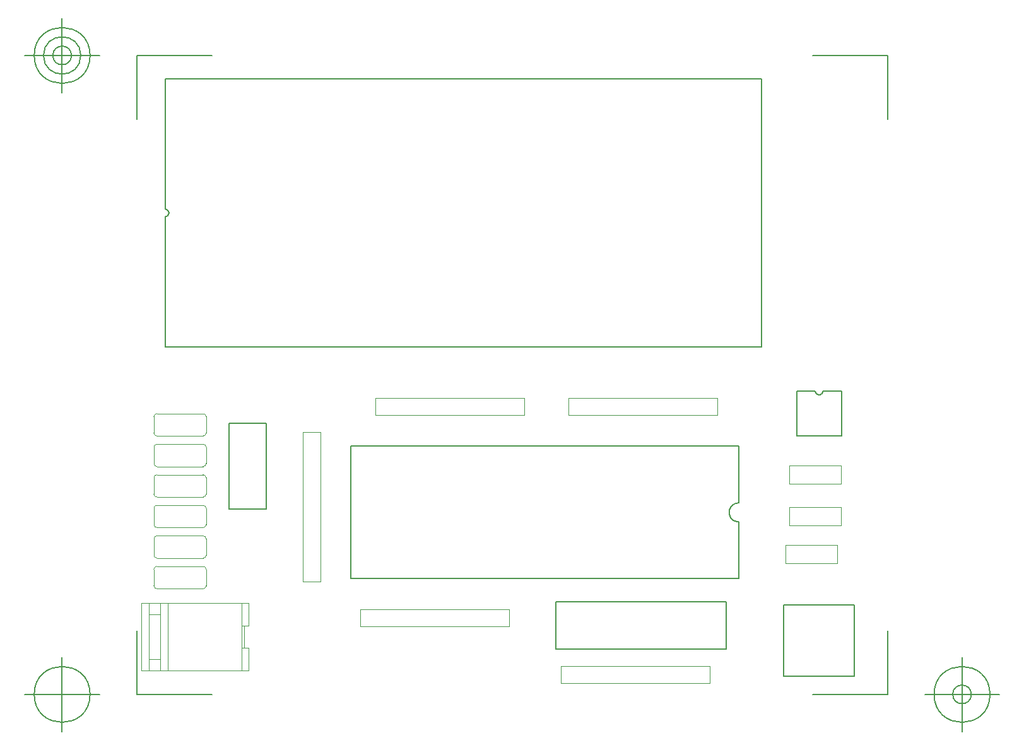
<source format=gbr>
G04 Generated by Ultiboard 13.0 *
%FSLAX24Y24*%
%MOIN*%

%ADD10C,0.0001*%
%ADD11C,0.0080*%
%ADD12C,0.0070*%
%ADD13C,0.0001*%
%ADD14C,0.0039*%
%ADD15C,0.0001*%
%ADD16C,0.0050*%


G04 ColorRGB 0000FF for the following layer *
%LN3D-Info Top*%
%LPD*%
G54D10*
G54D11*
X34719Y15881D02*
X34719Y13519D01*
X37081Y13519D01*
X37081Y15881D01*
X35703Y15881D02*
X35704Y15864D01*
X35706Y15847D01*
X35710Y15830D01*
X35715Y15814D01*
X35722Y15798D01*
X35730Y15783D01*
X35739Y15768D01*
X35749Y15755D01*
X35761Y15742D01*
X35773Y15730D01*
X35787Y15720D01*
X35802Y15711D01*
X35817Y15703D01*
X35833Y15696D01*
X35849Y15691D01*
X35866Y15687D01*
X35883Y15685D01*
X35900Y15684D01*
X35917Y15685D01*
X35934Y15687D01*
X35951Y15691D01*
X35967Y15696D01*
X35983Y15703D01*
X35998Y15711D01*
X36013Y15720D01*
X36027Y15730D01*
X36039Y15742D01*
X36051Y15755D01*
X36061Y15768D01*
X36070Y15783D01*
X36078Y15798D01*
X36085Y15814D01*
X36090Y15830D01*
X36094Y15847D01*
X36096Y15864D01*
X36097Y15881D01*
X37081Y15881D02*
X36097Y15881D01*
X35703Y15881D02*
X34719Y15881D01*
X4716Y14164D02*
X4716Y9636D01*
X6684Y9636D01*
X6684Y14164D01*
X4716Y14164D01*
X30990Y4750D02*
X22010Y4750D01*
X22010Y2250D01*
X30990Y2250D01*
X30990Y4750D01*
X34024Y824D02*
X37776Y824D01*
X37776Y4576D01*
X34024Y4576D01*
X34024Y824D01*
X1352Y18213D02*
X32848Y18213D01*
X32848Y32387D01*
X1352Y32387D01*
X1352Y25103D02*
X1369Y25104D01*
X1386Y25106D01*
X1403Y25110D01*
X1419Y25115D01*
X1435Y25122D01*
X1450Y25130D01*
X1465Y25139D01*
X1479Y25149D01*
X1491Y25161D01*
X1503Y25173D01*
X1513Y25187D01*
X1522Y25202D01*
X1530Y25217D01*
X1537Y25233D01*
X1542Y25249D01*
X1546Y25266D01*
X1548Y25283D01*
X1549Y25300D01*
X1548Y25317D01*
X1546Y25334D01*
X1542Y25351D01*
X1537Y25367D01*
X1530Y25383D01*
X1522Y25398D01*
X1513Y25413D01*
X1503Y25427D01*
X1491Y25439D01*
X1479Y25451D01*
X1465Y25461D01*
X1450Y25470D01*
X1435Y25478D01*
X1419Y25485D01*
X1403Y25490D01*
X1386Y25494D01*
X1369Y25496D01*
X1352Y25497D01*
X1352Y32387D02*
X1352Y25497D01*
X1352Y25103D02*
X1352Y18213D01*
G54D12*
X31655Y12967D02*
X11155Y12967D01*
X31655Y5967D02*
X11155Y5967D01*
X31655Y9967D02*
X31611Y9965D01*
X31568Y9960D01*
X31526Y9950D01*
X31484Y9937D01*
X31444Y9920D01*
X31405Y9900D01*
X31368Y9877D01*
X31334Y9850D01*
X31301Y9821D01*
X31272Y9789D01*
X31245Y9754D01*
X31222Y9717D01*
X31202Y9679D01*
X31185Y9638D01*
X31172Y9597D01*
X31163Y9554D01*
X31157Y9511D01*
X31155Y9467D01*
X31157Y9424D01*
X31163Y9380D01*
X31172Y9338D01*
X31185Y9296D01*
X31202Y9256D01*
X31222Y9217D01*
X31245Y9180D01*
X31272Y9146D01*
X31301Y9114D01*
X31334Y9084D01*
X31368Y9058D01*
X31405Y9034D01*
X31444Y9014D01*
X31484Y8997D01*
X31526Y8984D01*
X31568Y8975D01*
X31611Y8969D01*
X31655Y8967D01*
X31655Y9967D02*
X31655Y12967D01*
X31655Y8967D02*
X31655Y5967D01*
X11155Y12967D02*
X11155Y5967D01*
G54D13*
X12465Y15527D02*
X20345Y15527D01*
X20345Y14607D01*
X12465Y14607D01*
X12465Y15527D01*
X22665Y15527D02*
X30545Y15527D01*
X30545Y14607D01*
X22665Y14607D01*
X22665Y15527D01*
X8645Y5827D02*
X9565Y5827D01*
X9565Y13707D01*
X8645Y13707D01*
X8645Y5827D01*
X30140Y440D02*
X22260Y440D01*
X22260Y1360D01*
X30140Y1360D01*
X30140Y440D01*
X19540Y3440D02*
X11660Y3440D01*
X11660Y4360D01*
X19540Y4360D01*
X19540Y3440D01*
G54D14*
X761Y6459D02*
X761Y5593D01*
G75*
D01*
G03X919Y5435I158J0*
G01*
X3360Y5435D01*
G75*
D01*
G03X3517Y5593I-1J158*
G01*
X3517Y6459D01*
G74*
D01*
G03X3360Y6617I157J1*
G01*
X919Y6617D01*
G75*
D01*
G03X761Y6459I0J-158*
G01*
X761Y8073D02*
X761Y7207D01*
G75*
D01*
G03X919Y7050I158J1*
G01*
X3360Y7050D01*
G75*
D01*
G03X3517Y7207I0J157*
G01*
X3517Y8073D01*
G74*
D01*
G03X3360Y8231I157J1*
G01*
X919Y8231D01*
G75*
D01*
G03X761Y8073I0J-158*
G01*
X761Y9687D02*
X761Y8821D01*
G75*
D01*
G03X919Y8664I158J1*
G01*
X3360Y8664D01*
G75*
D01*
G03X3517Y8821I0J157*
G01*
X3517Y9687D01*
G74*
D01*
G03X3360Y9845I157J1*
G01*
X919Y9845D01*
G75*
D01*
G03X761Y9687I0J-158*
G01*
X761Y11302D02*
X761Y10435D01*
G75*
D01*
G03X919Y10278I158J1*
G01*
X3360Y10278D01*
G75*
D01*
G03X3517Y10435I0J157*
G01*
X3517Y11302D01*
G74*
D01*
G03X3360Y11459I157J0*
G01*
X919Y11459D01*
G75*
D01*
G03X761Y11302I-1J-157*
G01*
X761Y12916D02*
X761Y12050D01*
G75*
D01*
G03X919Y11892I158J0*
G01*
X3360Y11892D01*
G75*
D01*
G03X3517Y12050I-1J158*
G01*
X3517Y12916D01*
G74*
D01*
G03X3360Y13073I157J0*
G01*
X919Y13073D01*
G75*
D01*
G03X761Y12916I-1J-157*
G01*
X761Y14530D02*
X761Y13664D01*
G75*
D01*
G03X919Y13506I158J0*
G01*
X3360Y13506D01*
G75*
D01*
G03X3517Y13664I-1J158*
G01*
X3517Y14530D01*
G74*
D01*
G03X3360Y14687I157J0*
G01*
X919Y14687D01*
G75*
D01*
G03X761Y14530I-1J-157*
G01*
X34116Y7745D02*
X36872Y7745D01*
X36872Y6781D01*
X34116Y6781D01*
X34116Y7745D01*
X34316Y9745D02*
X37072Y9745D01*
X37072Y8781D01*
X34316Y8781D01*
X34316Y9745D01*
X34316Y11945D02*
X37072Y11945D01*
X37072Y10981D01*
X34316Y10981D01*
X34316Y11945D01*
G54D15*
X500Y4081D02*
X1091Y4081D01*
X1091Y1719D01*
X500Y1719D01*
X500Y4081D01*
X5382Y4672D02*
X106Y4672D01*
X106Y1128D01*
X5382Y1128D01*
X5382Y4672D01*
X1091Y4672D02*
X1484Y4672D01*
X1484Y1128D01*
X1091Y1128D01*
X1091Y4672D01*
X500Y4672D02*
X1091Y4672D01*
X1091Y1128D01*
X500Y1128D01*
X500Y4672D01*
X106Y4672D02*
X500Y4672D01*
X500Y1128D01*
X106Y1128D01*
X106Y4672D01*
X5776Y4672D02*
X5382Y4672D01*
X5382Y3491D01*
X5776Y3491D01*
X5776Y4672D01*
X5776Y2309D02*
X5382Y2309D01*
X5382Y1128D01*
X5776Y1128D01*
X5776Y2309D01*
X5382Y3491D02*
X5539Y3491D01*
X5539Y2309D01*
X5382Y2309D01*
X5382Y3491D01*
G54D16*
X-150Y-150D02*
X-150Y3226D01*
X-150Y-150D02*
X3817Y-150D01*
X39520Y-150D02*
X35553Y-150D01*
X39520Y-150D02*
X39520Y3226D01*
X39520Y33615D02*
X39520Y30238D01*
X39520Y33615D02*
X35553Y33615D01*
X-150Y33615D02*
X3817Y33615D01*
X-150Y33615D02*
X-150Y30238D01*
X-2119Y-150D02*
X-6056Y-150D01*
X-4087Y-2119D02*
X-4087Y1819D01*
X-5563Y-150D02*
G75*
D01*
G02X-5563Y-150I1476J0*
G01*
X41489Y-150D02*
X45426Y-150D01*
X43457Y-2119D02*
X43457Y1819D01*
X41981Y-150D02*
G75*
D01*
G02X41981Y-150I1476J0*
G01*
X42965Y-150D02*
G75*
D01*
G02X42965Y-150I492J0*
G01*
X-2119Y33615D02*
X-6056Y33615D01*
X-4087Y31646D02*
X-4087Y35583D01*
X-5563Y33615D02*
G75*
D01*
G02X-5563Y33615I1476J0*
G01*
X-5071Y33615D02*
G75*
D01*
G02X-5071Y33615I984J0*
G01*
X-4579Y33615D02*
G75*
D01*
G02X-4579Y33615I492J0*
G01*

M02*

</source>
